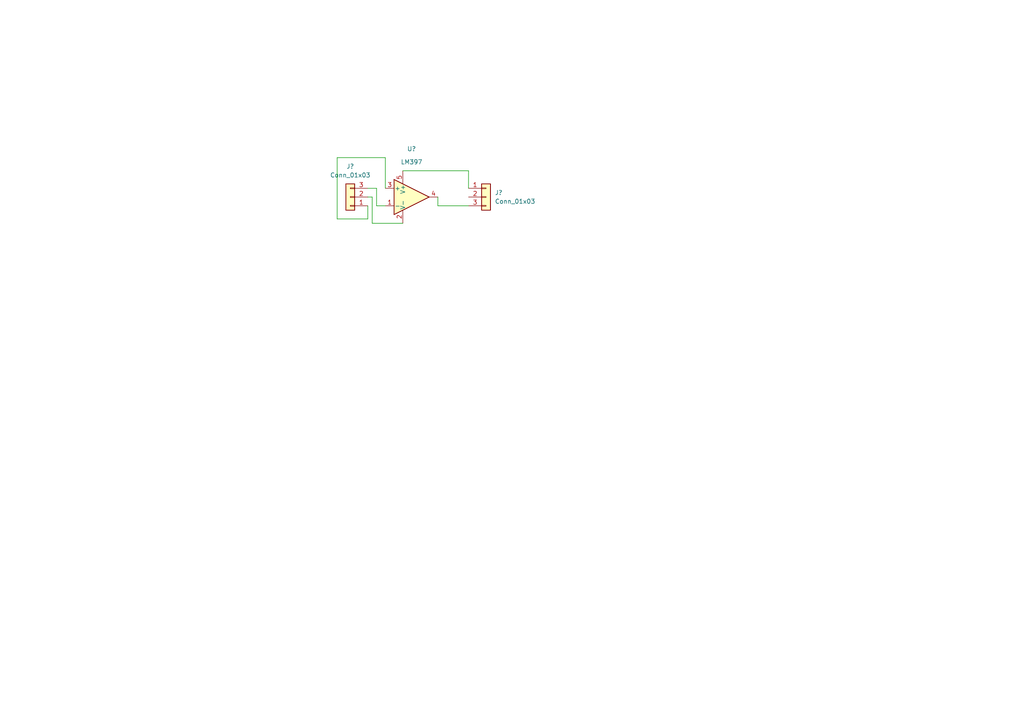
<source format=kicad_sch>
(kicad_sch (version 20211123) (generator eeschema)
  (paper "A4")
  (lib_symbols
    (symbol "Comparator:LM397" (pin_names (offset 0.127))
      (property "Reference" "U" (at 1.27 5.08 0))
      (property "Value" "LM397" (at 3.81 -5.08 0))
      (symbol "LM397_0_1"
        (polyline (pts (xy -5.08 5.08) (xy 5.08 0) (xy -5.08 -5.08) (xy -5.08 5.08)) (stroke (width 0.254)) (fill (type background)))
      )
      (symbol "LM397_1_1"
        (pin input line (at -7.62 -2.54 0) (length 2.54) (name "-") (number "1"))
        (pin power_in line (at -2.54 -7.62 90) (length 3.81) (name "V-") (number "2"))
        (pin input line (at -7.62 2.54 0) (length 2.54) (name "+") (number "3"))
        (pin open_collector line (at 7.62 0 180) (length 2.54) (name "~") (number "4"))
        (pin power_in line (at -2.54 7.62 270) (length 3.81) (name "V+") (number "5"))
      )
    )
    (symbol "Connector_Generic:Conn_01x03" (pin_names (offset 1.016) hide)
      (property "Reference" "J" (at 0 5.08 0))
      (property "Value" "Conn_01x03" (at 0 -5.08 0))
      (symbol "Conn_01x03_1_1"
        (rectangle (start -1.27 -2.413) (end 0 -2.667) (stroke (width 0.1524)))
        (rectangle (start -1.27 0.127) (end 0 -0.127) (stroke (width 0.1524)))
        (rectangle (start -1.27 2.667) (end 0 2.413) (stroke (width 0.1524)))
        (rectangle (start -1.27 3.81) (end 1.27 -3.81) (stroke (width 0.254)) (fill (type background)))
        (pin passive line (at -5.08 2.54 0) (length 3.81) (name "Pin_1") (number "1"))
        (pin passive line (at -5.08 0 0) (length 3.81) (name "Pin_2") (number "2"))
        (pin passive line (at -5.08 -2.54 0) (length 3.81) (name "Pin_3") (number "3"))
      )
    )
  )
  (wire (pts (xy 109.22 54.61) (xy 109.22 59.69)))
  (wire (pts (xy 106.68 54.61) (xy 109.22 54.61)))
  (wire (pts (xy 97.79 63.5) (xy 106.68 63.5)))
  (wire (pts (xy 135.89 59.69) (xy 127 59.69)))
  (wire (pts (xy 109.22 59.69) (xy 111.76 59.69)))
  (wire (pts (xy 111.76 54.61) (xy 111.76 45.72)))
  (wire (pts (xy 107.95 64.77) (xy 116.84 64.77)))
  (wire (pts (xy 111.76 45.72) (xy 97.79 45.72)))
  (wire (pts (xy 116.84 49.53) (xy 135.89 49.53)))
  (wire (pts (xy 106.68 59.69) (xy 106.68 63.5)))
  (wire (pts (xy 107.95 57.15) (xy 107.95 64.77)))
  (wire (pts (xy 106.68 57.15) (xy 107.95 57.15)))
  (wire (pts (xy 135.89 49.53) (xy 135.89 54.61)))
  (wire (pts (xy 127 59.69) (xy 127 57.15)))
  (wire (pts (xy 97.79 45.72) (xy 97.79 63.5)))
  (symbol (lib_id "Connector_Generic:Conn_01x03") (at 140.97 57.15 0) (unit 1)
    (property "Reference" "J?" (at 143.51 55.8799 0) (effects (justify left)))
    (property "Value" "Conn_01x03" (at 143.51 58.4199 0) (effects (justify left)))
    (property "Footprint" "Connector_PinHeader_2.54mm:PinHeader_1x03_P2.54mm_Vertical" (effects hide))
  )
  (symbol (lib_id "Comparator:LM397") (at 119.38 57.15 0) (unit 1)
    (property "Reference" "U?" (at 119.38 43.18 0))
    (property "Value" "LM397" (at 119.38 46.99 0))
    (property "Footprint" "Package_TO_SOT_SMD:SOT-23-5" (effects hide))
    (property "Datasheet" "http://www.ti.com/lit/ds/symlink/lm397.pdf" (effects hide))
  )
  (symbol (lib_id "Connector_Generic:Conn_01x03") (at 101.6 57.15 180) (unit 1)
    (property "Reference" "J?" (at 101.6 48.26 0))
    (property "Value" "Conn_01x03" (at 101.6 50.8 0))
    (property "Footprint" "Connector_PinHeader_2.54mm:PinHeader_1x03_P2.54mm_Vertical" (effects hide))
  )
)
</source>
